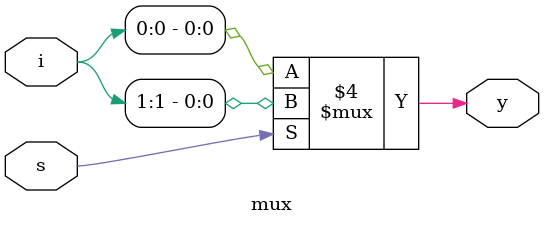
<source format=v>
module mux(i,s,y);
input [1:0]i;
input s;
output reg y;
//output y;
always@(*)begin
if(s==0) y=i[0];
else y=i[1];
end
//assign y=(!s & i[0]) |(s& i[1]);
endmodule

</source>
